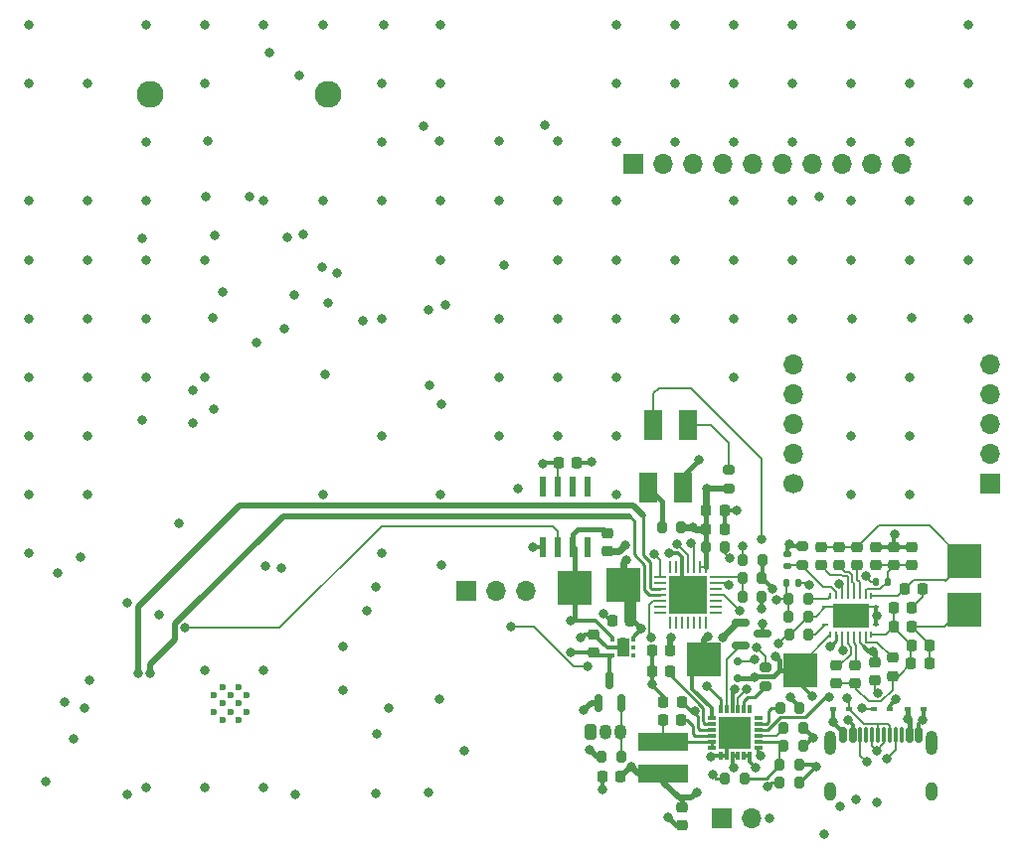
<source format=gbr>
%TF.GenerationSoftware,KiCad,Pcbnew,8.0.5*%
%TF.CreationDate,2024-10-11T13:06:57+01:00*%
%TF.ProjectId,esquema_eletronico,65737175-656d-4615-9f65-6c6574726f6e,rev?*%
%TF.SameCoordinates,Original*%
%TF.FileFunction,Copper,L6,Bot*%
%TF.FilePolarity,Positive*%
%FSLAX46Y46*%
G04 Gerber Fmt 4.6, Leading zero omitted, Abs format (unit mm)*
G04 Created by KiCad (PCBNEW 8.0.5) date 2024-10-11 13:06:57*
%MOMM*%
%LPD*%
G01*
G04 APERTURE LIST*
G04 Aperture macros list*
%AMRoundRect*
0 Rectangle with rounded corners*
0 $1 Rounding radius*
0 $2 $3 $4 $5 $6 $7 $8 $9 X,Y pos of 4 corners*
0 Add a 4 corners polygon primitive as box body*
4,1,4,$2,$3,$4,$5,$6,$7,$8,$9,$2,$3,0*
0 Add four circle primitives for the rounded corners*
1,1,$1+$1,$2,$3*
1,1,$1+$1,$4,$5*
1,1,$1+$1,$6,$7*
1,1,$1+$1,$8,$9*
0 Add four rect primitives between the rounded corners*
20,1,$1+$1,$2,$3,$4,$5,0*
20,1,$1+$1,$4,$5,$6,$7,0*
20,1,$1+$1,$6,$7,$8,$9,0*
20,1,$1+$1,$8,$9,$2,$3,0*%
G04 Aperture macros list end*
%TA.AperFunction,SMDPad,CuDef*%
%ADD10RoundRect,0.225000X0.250000X-0.225000X0.250000X0.225000X-0.250000X0.225000X-0.250000X-0.225000X0*%
%TD*%
%TA.AperFunction,SMDPad,CuDef*%
%ADD11RoundRect,0.225000X-0.250000X0.225000X-0.250000X-0.225000X0.250000X-0.225000X0.250000X0.225000X0*%
%TD*%
%TA.AperFunction,ComponentPad*%
%ADD12R,1.700000X1.700000*%
%TD*%
%TA.AperFunction,ComponentPad*%
%ADD13O,1.700000X1.700000*%
%TD*%
%TA.AperFunction,ComponentPad*%
%ADD14C,1.700000*%
%TD*%
%TA.AperFunction,HeatsinkPad*%
%ADD15C,0.600000*%
%TD*%
%TA.AperFunction,ComponentPad*%
%ADD16RoundRect,0.249900X-0.275100X-0.400100X0.275100X-0.400100X0.275100X0.400100X-0.275100X0.400100X0*%
%TD*%
%TA.AperFunction,ComponentPad*%
%ADD17O,1.050000X1.300000*%
%TD*%
%TA.AperFunction,SMDPad,CuDef*%
%ADD18RoundRect,0.225000X0.225000X0.250000X-0.225000X0.250000X-0.225000X-0.250000X0.225000X-0.250000X0*%
%TD*%
%TA.AperFunction,SMDPad,CuDef*%
%ADD19R,3.000000X3.000000*%
%TD*%
%TA.AperFunction,SMDPad,CuDef*%
%ADD20R,1.500000X2.600000*%
%TD*%
%TA.AperFunction,SMDPad,CuDef*%
%ADD21R,4.200000X1.500000*%
%TD*%
%TA.AperFunction,SMDPad,CuDef*%
%ADD22RoundRect,0.200000X0.200000X0.275000X-0.200000X0.275000X-0.200000X-0.275000X0.200000X-0.275000X0*%
%TD*%
%TA.AperFunction,SMDPad,CuDef*%
%ADD23RoundRect,0.200000X-0.200000X-0.275000X0.200000X-0.275000X0.200000X0.275000X-0.200000X0.275000X0*%
%TD*%
%TA.AperFunction,SMDPad,CuDef*%
%ADD24RoundRect,0.093750X0.093750X0.106250X-0.093750X0.106250X-0.093750X-0.106250X0.093750X-0.106250X0*%
%TD*%
%TA.AperFunction,ComponentPad*%
%ADD25C,0.600000*%
%TD*%
%TA.AperFunction,SMDPad,CuDef*%
%ADD26R,1.000000X1.600000*%
%TD*%
%TA.AperFunction,SMDPad,CuDef*%
%ADD27R,0.300000X0.800000*%
%TD*%
%TA.AperFunction,SMDPad,CuDef*%
%ADD28R,0.800000X0.300000*%
%TD*%
%TA.AperFunction,SMDPad,CuDef*%
%ADD29R,2.800000X2.800000*%
%TD*%
%TA.AperFunction,SMDPad,CuDef*%
%ADD30RoundRect,0.150000X0.150000X-0.587500X0.150000X0.587500X-0.150000X0.587500X-0.150000X-0.587500X0*%
%TD*%
%TA.AperFunction,SMDPad,CuDef*%
%ADD31RoundRect,0.200000X0.275000X-0.200000X0.275000X0.200000X-0.275000X0.200000X-0.275000X-0.200000X0*%
%TD*%
%TA.AperFunction,ComponentPad*%
%ADD32C,2.286000*%
%TD*%
%TA.AperFunction,SMDPad,CuDef*%
%ADD33RoundRect,0.225000X-0.225000X-0.250000X0.225000X-0.250000X0.225000X0.250000X-0.225000X0.250000X0*%
%TD*%
%TA.AperFunction,SMDPad,CuDef*%
%ADD34R,0.590000X1.750000*%
%TD*%
%TA.AperFunction,SMDPad,CuDef*%
%ADD35RoundRect,0.150000X0.150000X0.500000X-0.150000X0.500000X-0.150000X-0.500000X0.150000X-0.500000X0*%
%TD*%
%TA.AperFunction,SMDPad,CuDef*%
%ADD36RoundRect,0.075000X0.075000X0.575000X-0.075000X0.575000X-0.075000X-0.575000X0.075000X-0.575000X0*%
%TD*%
%TA.AperFunction,ComponentPad*%
%ADD37O,1.000000X1.600000*%
%TD*%
%TA.AperFunction,ComponentPad*%
%ADD38O,1.000000X2.100000*%
%TD*%
%TA.AperFunction,SMDPad,CuDef*%
%ADD39RoundRect,0.150000X-0.200000X0.150000X-0.200000X-0.150000X0.200000X-0.150000X0.200000X0.150000X0*%
%TD*%
%TA.AperFunction,SMDPad,CuDef*%
%ADD40RoundRect,0.135000X0.185000X-0.135000X0.185000X0.135000X-0.185000X0.135000X-0.185000X-0.135000X0*%
%TD*%
%TA.AperFunction,SMDPad,CuDef*%
%ADD41R,0.600000X0.240000*%
%TD*%
%TA.AperFunction,SMDPad,CuDef*%
%ADD42R,0.240000X0.600000*%
%TD*%
%TA.AperFunction,SMDPad,CuDef*%
%ADD43R,3.050000X2.050000*%
%TD*%
%TA.AperFunction,SMDPad,CuDef*%
%ADD44R,0.270000X0.990000*%
%TD*%
%TA.AperFunction,SMDPad,CuDef*%
%ADD45R,0.990000X0.270000*%
%TD*%
%TA.AperFunction,SMDPad,CuDef*%
%ADD46R,3.250000X3.250000*%
%TD*%
%TA.AperFunction,SMDPad,CuDef*%
%ADD47RoundRect,0.200000X-0.275000X0.200000X-0.275000X-0.200000X0.275000X-0.200000X0.275000X0.200000X0*%
%TD*%
%TA.AperFunction,SMDPad,CuDef*%
%ADD48RoundRect,0.135000X0.135000X0.185000X-0.135000X0.185000X-0.135000X-0.185000X0.135000X-0.185000X0*%
%TD*%
%TA.AperFunction,SMDPad,CuDef*%
%ADD49R,0.480000X0.400000*%
%TD*%
%TA.AperFunction,SMDPad,CuDef*%
%ADD50RoundRect,0.150000X-0.587500X-0.150000X0.587500X-0.150000X0.587500X0.150000X-0.587500X0.150000X0*%
%TD*%
%TA.AperFunction,ViaPad*%
%ADD51C,0.800000*%
%TD*%
%TA.AperFunction,Conductor*%
%ADD52C,0.204000*%
%TD*%
%TA.AperFunction,Conductor*%
%ADD53C,0.200000*%
%TD*%
%TA.AperFunction,Conductor*%
%ADD54C,0.300000*%
%TD*%
%TA.AperFunction,Conductor*%
%ADD55C,0.400000*%
%TD*%
%TA.AperFunction,Conductor*%
%ADD56C,0.600000*%
%TD*%
%TA.AperFunction,Conductor*%
%ADD57C,0.250000*%
%TD*%
%TA.AperFunction,Conductor*%
%ADD58C,0.350000*%
%TD*%
%TA.AperFunction,Conductor*%
%ADD59C,0.500000*%
%TD*%
%TA.AperFunction,Conductor*%
%ADD60C,1.000000*%
%TD*%
G04 APERTURE END LIST*
D10*
%TO.P,C39,1*%
%TO.N,/wireless_charging/CLAMP2*%
X149000000Y-116075000D03*
%TO.P,C39,2*%
%TO.N,/wireless_charging/COIL-*%
X149000000Y-114525000D03*
%TD*%
D11*
%TO.P,C10,1*%
%TO.N,/wireless_charging/CLAMP1*%
X150350000Y-124600000D03*
%TO.P,C10,2*%
%TO.N,/wireless_charging/AC1*%
X150350000Y-126150000D03*
%TD*%
D12*
%TO.P,U9,1,GND*%
%TO.N,GNDREF*%
X161850000Y-109130000D03*
D13*
%TO.P,U9,2,VIN*%
%TO.N,unconnected-(U9-VIN-Pad2)*%
X161850000Y-106590000D03*
%TO.P,U9,3,3V3*%
%TO.N,/VREF_3V3*%
X161850000Y-104050000D03*
%TO.P,U9,4,ON_OFF*%
%TO.N,unconnected-(U9-ON_OFF-Pad4)*%
X161850000Y-101510000D03*
%TO.P,U9,5,VBACKUP*%
%TO.N,/VREF_3V3*%
X161850000Y-98970000D03*
%TO.P,U9,6,GPS_TXD*%
%TO.N,/GPS_TXD*%
X145070000Y-98960000D03*
%TO.P,U9,7,GPS_RXD*%
%TO.N,/GPS_RXD*%
X145070000Y-101500000D03*
%TO.P,U9,8,NC*%
%TO.N,unconnected-(U9-NC-Pad8)*%
X145070000Y-104040000D03*
%TO.P,U9,9,MODE*%
%TO.N,unconnected-(U9-MODE-Pad9)*%
X145070000Y-106580000D03*
D14*
%TO.P,U9,10,1PPS*%
%TO.N,unconnected-(U9-1PPS-Pad10)*%
X145070000Y-109120000D03*
%TD*%
D12*
%TO.P,J1_TMP1,1,Pin_1*%
%TO.N,/TMP_DATA*%
X117220000Y-118250000D03*
D13*
%TO.P,J1_TMP1,2,Pin_2*%
%TO.N,/VREF_TMP_3V3*%
X119760000Y-118250000D03*
%TO.P,J1_TMP1,3,Pin_3*%
%TO.N,GNDREF*%
X122300000Y-118250000D03*
%TD*%
D12*
%TO.P,U4,1,VCC*%
%TO.N,/VREF_3V3*%
X131457500Y-81855000D03*
D13*
%TO.P,U4,2,GND*%
%TO.N,GNDREF*%
X133997500Y-81855000D03*
%TO.P,U4,3,SCL*%
%TO.N,/IIC_SCL*%
X136537500Y-81855000D03*
%TO.P,U4,4,SDA*%
%TO.N,/IIC_SDA*%
X139077500Y-81855000D03*
%TO.P,U4,5,EDA*%
%TO.N,unconnected-(U4-EDA-Pad5)*%
X141617500Y-81855000D03*
%TO.P,U4,6,ECL*%
%TO.N,unconnected-(U4-ECL-Pad6)*%
X144157500Y-81855000D03*
%TO.P,U4,7,ADO*%
%TO.N,/VREF_3V3*%
X146697500Y-81855000D03*
%TO.P,U4,8,INT*%
%TO.N,unconnected-(U4-INT-Pad8)*%
X149237500Y-81855000D03*
%TO.P,U4,9,NCS*%
%TO.N,unconnected-(U4-NCS-Pad9)*%
X151777500Y-81855000D03*
%TO.P,U4,10,FSYNC*%
%TO.N,unconnected-(U4-FSYNC-Pad10)*%
X154317500Y-81855000D03*
%TD*%
D15*
%TO.P,U7,39,GND*%
%TO.N,GNDREF*%
X98560000Y-128540000D03*
X98560000Y-127140000D03*
X97860000Y-129240000D03*
X97860000Y-127840000D03*
X97860000Y-126440000D03*
X97185000Y-128540000D03*
X97185000Y-127140000D03*
X96460000Y-129240000D03*
X96460000Y-127840000D03*
X96460000Y-126440000D03*
X95760000Y-128540000D03*
X95760000Y-127140000D03*
%TD*%
D16*
%TO.P,U2,1,IN*%
%TO.N,/PRE_VCC*%
X127795000Y-130260000D03*
D17*
%TO.P,U2,2*%
%TO.N,GNDREF*%
X129065000Y-130260000D03*
%TO.P,U2,3,OUT*%
%TO.N,Net-(Q4-G)*%
X130335000Y-130260000D03*
%TD*%
D18*
%TO.P,C31,1*%
%TO.N,/PRE_VCC*%
X130375000Y-134060000D03*
%TO.P,C31,2*%
%TO.N,GNDREF*%
X128825000Y-134060000D03*
%TD*%
D10*
%TO.P,C19,1*%
%TO.N,Net-(U6-COMM2)*%
X147425000Y-116050000D03*
%TO.P,C19,2*%
%TO.N,/wireless_charging/COIL-*%
X147425000Y-114500000D03*
%TD*%
D19*
%TO.P,TP4,1,1*%
%TO.N,/batery_module/VIN*%
X137500000Y-124075000D03*
%TD*%
D20*
%TO.P,D7,1,K*%
%TO.N,/STAT*%
X135700000Y-109450000D03*
%TO.P,D7,2,A*%
%TO.N,Net-(D7-A)*%
X132700000Y-109450000D03*
%TD*%
D21*
%TO.P,L1,1,1*%
%TO.N,Net-(IC2-SW_1)*%
X134000000Y-131125000D03*
%TO.P,L1,2,2*%
%TO.N,/PRE_VCC*%
X134000000Y-133825000D03*
%TD*%
D12*
%TO.P,J1,1,Pin_1*%
%TO.N,GNDREF*%
X139000000Y-137625000D03*
D13*
%TO.P,J1,2,Pin_2*%
%TO.N,/BATT*%
X141540000Y-137625000D03*
%TD*%
D22*
%TO.P,R36,1*%
%TO.N,/USB5V*%
X142400000Y-118710000D03*
%TO.P,R36,2*%
%TO.N,Net-(U8-VBUS)*%
X140750000Y-118710000D03*
%TD*%
D23*
%TO.P,R32,1*%
%TO.N,Net-(IC2-REGN)*%
X139280000Y-134200000D03*
%TO.P,R32,2*%
%TO.N,Net-(IC2-TS)*%
X140930000Y-134200000D03*
%TD*%
D10*
%TO.P,C22,1*%
%TO.N,Net-(U6-BOOT2)*%
X150525000Y-116075000D03*
%TO.P,C22,2*%
%TO.N,/wireless_charging/COIL-*%
X150525000Y-114525000D03*
%TD*%
D24*
%TO.P,U3,1,OUT*%
%TO.N,/VREF_3V3*%
X131457500Y-122400000D03*
%TO.P,U3,2,NC*%
%TO.N,unconnected-(U3-NC-Pad2)*%
X131457500Y-123050000D03*
%TO.P,U3,3,PG*%
%TO.N,unconnected-(U3-PG-Pad3)*%
X131457500Y-123700000D03*
%TO.P,U3,4,EN*%
%TO.N,/VCC_RAW*%
X129682500Y-123700000D03*
%TO.P,U3,5,GND*%
%TO.N,GNDREF*%
X129682500Y-123050000D03*
%TO.P,U3,6,IN*%
%TO.N,/VCC_RAW*%
X129682500Y-122400000D03*
D25*
%TO.P,U3,7,EP*%
%TO.N,GNDREF*%
X130570000Y-123600000D03*
D26*
X130570000Y-123050000D03*
D25*
X130570000Y-122500000D03*
%TD*%
D23*
%TO.P,R31,1*%
%TO.N,Net-(IC2-ICHG)*%
X144275000Y-129925000D03*
%TO.P,R31,2*%
%TO.N,GNDREF*%
X145925000Y-129925000D03*
%TD*%
D11*
%TO.P,C1,1*%
%TO.N,/VCC_RAW*%
X129275000Y-113325000D03*
%TO.P,C1,2*%
%TO.N,GNDREF*%
X129275000Y-114875000D03*
%TD*%
D23*
%TO.P,R30,1*%
%TO.N,Net-(IC2-VSET)*%
X143930000Y-134605000D03*
%TO.P,R30,2*%
%TO.N,GNDREF*%
X145580000Y-134605000D03*
%TD*%
D27*
%TO.P,IC2,1,VAC*%
%TO.N,/USB5V*%
X138880000Y-128325000D03*
%TO.P,IC2,2,ACDRV*%
%TO.N,/batery_module/ACDRV*%
X139380000Y-128325000D03*
%TO.P,IC2,3,D+*%
%TO.N,/USBD+*%
X139880000Y-128325000D03*
%TO.P,IC2,4,D-*%
%TO.N,/USBD-*%
X140380000Y-128325000D03*
%TO.P,IC2,5,STAT*%
%TO.N,Net-(IC2-STAT)*%
X140880000Y-128325000D03*
%TO.P,IC2,6,OTG*%
%TO.N,unconnected-(IC2-OTG-Pad6)*%
X141380000Y-128325000D03*
D28*
%TO.P,IC2,7,~{PG}*%
%TO.N,unconnected-(IC2-~{PG}-Pad7)*%
X142130000Y-129075000D03*
%TO.P,IC2,8,ILIM*%
%TO.N,Net-(IC2-ILIM)*%
X142130000Y-129575000D03*
%TO.P,IC2,9,~{CE}*%
%TO.N,/WRL_EN*%
X142130000Y-130075000D03*
%TO.P,IC2,10,ICHG*%
%TO.N,Net-(IC2-ICHG)*%
X142130000Y-130575000D03*
%TO.P,IC2,11,TS*%
%TO.N,Net-(IC2-TS)*%
X142130000Y-131075000D03*
%TO.P,IC2,12,VSET*%
%TO.N,Net-(IC2-VSET)*%
X142130000Y-131575000D03*
D27*
%TO.P,IC2,13,BAT_1*%
%TO.N,/BATT*%
X141380000Y-132325000D03*
%TO.P,IC2,14,BAT_2*%
X140880000Y-132325000D03*
%TO.P,IC2,15,SYS_1*%
%TO.N,/PRE_VCC*%
X140380000Y-132325000D03*
%TO.P,IC2,16,SYS_2*%
X139880000Y-132325000D03*
%TO.P,IC2,17,GND_1*%
%TO.N,GNDREF*%
X139380000Y-132325000D03*
%TO.P,IC2,18,GND_2*%
X138880000Y-132325000D03*
D28*
%TO.P,IC2,19,SW_1*%
%TO.N,Net-(IC2-SW_1)*%
X138130000Y-131575000D03*
%TO.P,IC2,20,SW_2*%
X138130000Y-131075000D03*
%TO.P,IC2,21,BTST*%
%TO.N,Net-(IC2-BTST)*%
X138130000Y-130575000D03*
%TO.P,IC2,22,REGN*%
%TO.N,Net-(IC2-REGN)*%
X138130000Y-130075000D03*
%TO.P,IC2,23,PMID*%
%TO.N,Net-(IC2-PMID)*%
X138130000Y-129575000D03*
%TO.P,IC2,24,VBUS*%
%TO.N,/batery_module/VIN*%
X138130000Y-129075000D03*
D29*
%TO.P,IC2,25,EP*%
%TO.N,GNDREF*%
X140130000Y-130325000D03*
%TD*%
D18*
%TO.P,C6,1*%
%TO.N,/VREF_3V3*%
X131225000Y-120775000D03*
%TO.P,C6,2*%
%TO.N,GNDREF*%
X129675000Y-120775000D03*
%TD*%
D19*
%TO.P,TP3,1,1*%
%TO.N,/USB5V*%
X145675000Y-125050000D03*
%TD*%
D30*
%TO.P,Q4,1,G*%
%TO.N,Net-(Q4-G)*%
X130405000Y-127765000D03*
%TO.P,Q4,2,S*%
%TO.N,/PRE_VCC*%
X128505000Y-127765000D03*
%TO.P,Q4,3,D*%
%TO.N,/VCC_RAW*%
X129455000Y-125890000D03*
%TD*%
D19*
%TO.P,TP7,1,1*%
%TO.N,/VCC_RAW*%
X126425000Y-117950000D03*
%TD*%
D10*
%TO.P,C25,1*%
%TO.N,/wireless_charging/RECT*%
X152100000Y-116075000D03*
%TO.P,C25,2*%
%TO.N,GNDREF*%
X152100000Y-114525000D03*
%TD*%
D31*
%TO.P,R6,1*%
%TO.N,/wireless_charging/NTC*%
X145850000Y-116050000D03*
%TO.P,R6,2*%
%TO.N,GNDREF*%
X145850000Y-114400000D03*
%TD*%
D22*
%TO.P,R34,1*%
%TO.N,GNDREF*%
X145580000Y-133055000D03*
%TO.P,R34,2*%
%TO.N,Net-(IC2-TS)*%
X143930000Y-133055000D03*
%TD*%
D32*
%TO.P,BT1,1,+*%
%TO.N,/rtc_ds3231/BAT_CELL+*%
X105500000Y-75887500D03*
%TO.P,BT1,2,-*%
%TO.N,GNDREF*%
X90300000Y-75887500D03*
%TD*%
D33*
%TO.P,C15,1*%
%TO.N,/wireless_charging/AC1*%
X155125000Y-122850000D03*
%TO.P,C15,2*%
%TO.N,/wireless_charging/COIL+*%
X156675000Y-122850000D03*
%TD*%
%TO.P,C14,1*%
%TO.N,/wireless_charging/AC1*%
X153625000Y-121300000D03*
%TO.P,C14,2*%
%TO.N,/wireless_charging/COIL+*%
X155175000Y-121300000D03*
%TD*%
D34*
%TO.P,U1,1,DNC\u002A*%
%TO.N,unconnected-(U1-DNC\u002A-Pad1)*%
X127600000Y-114500000D03*
%TO.P,U1,2,VIN*%
%TO.N,/VCC_RAW*%
X126330000Y-114500000D03*
%TO.P,U1,3,SHDN*%
%TO.N,/CTRL_GPIO*%
X125060000Y-114500000D03*
%TO.P,U1,4,GND*%
%TO.N,GNDREF*%
X123790000Y-114500000D03*
%TO.P,U1,5,DNC\u002A*%
%TO.N,unconnected-(U1-DNC\u002A-Pad5)*%
X123790000Y-109330000D03*
%TO.P,U1,6,VOUT*%
%TO.N,/VREF_TMP_3V3*%
X125060000Y-109330000D03*
%TO.P,U1,7,DNC\u002A*%
%TO.N,unconnected-(U1-DNC\u002A-Pad7)*%
X126330000Y-109330000D03*
%TO.P,U1,8,DNC\u002A*%
%TO.N,unconnected-(U1-DNC\u002A-Pad8)*%
X127600000Y-109330000D03*
%TD*%
D19*
%TO.P,TP5,1,1*%
%TO.N,/wireless_charging/COIL-*%
X159675000Y-115700000D03*
%TD*%
D18*
%TO.P,C16,1*%
%TO.N,/wireless_charging/COIL+*%
X156650000Y-124400000D03*
%TO.P,C16,2*%
%TO.N,/wireless_charging/AC1*%
X155100000Y-124400000D03*
%TD*%
%TO.P,C18,1*%
%TO.N,Net-(C18-Pad1)*%
X155175000Y-119700000D03*
%TO.P,C18,2*%
%TO.N,/wireless_charging/AC1*%
X153625000Y-119700000D03*
%TD*%
D35*
%TO.P,J2,A1,GND*%
%TO.N,GNDREF*%
X155750000Y-130530000D03*
%TO.P,J2,A4,VBUS*%
%TO.N,/USB5V*%
X154950000Y-130530000D03*
D36*
%TO.P,J2,A5,CC1*%
%TO.N,Net-(J2-CC1)*%
X153800000Y-130530000D03*
%TO.P,J2,A6,D+*%
%TO.N,/USBD+*%
X152800000Y-130530000D03*
%TO.P,J2,A7,D-*%
%TO.N,/USBD-*%
X152300000Y-130530000D03*
%TO.P,J2,A8*%
%TO.N,N/C*%
X151300000Y-130530000D03*
D35*
%TO.P,J2,A9,VBUS*%
%TO.N,/USB5V*%
X150150000Y-130530000D03*
%TO.P,J2,A12,GND*%
%TO.N,GNDREF*%
X149350000Y-130530000D03*
%TO.P,J2,B1,GND*%
X149350000Y-130530000D03*
%TO.P,J2,B4,VBUS*%
%TO.N,/USB5V*%
X150150000Y-130530000D03*
D36*
%TO.P,J2,B5,CC2*%
%TO.N,Net-(J2-CC2)*%
X150800000Y-130530000D03*
%TO.P,J2,B6,D+*%
%TO.N,/USBD+*%
X151800000Y-130530000D03*
%TO.P,J2,B7,D-*%
%TO.N,/USBD-*%
X153300000Y-130530000D03*
%TO.P,J2,B8*%
%TO.N,N/C*%
X154300000Y-130530000D03*
D35*
%TO.P,J2,B9,VBUS*%
%TO.N,/USB5V*%
X154950000Y-130530000D03*
%TO.P,J2,B12,GND*%
%TO.N,GNDREF*%
X155750000Y-130530000D03*
D37*
%TO.P,J2,S1,SHIELD*%
X156870000Y-135350000D03*
D38*
X156870000Y-131170000D03*
D37*
X148230000Y-135350000D03*
D38*
X148230000Y-131170000D03*
%TD*%
D22*
%TO.P,R22,1*%
%TO.N,Net-(U6-ILIM)*%
X146350000Y-118900000D03*
%TO.P,R22,2*%
%TO.N,Net-(U6-FOD)*%
X144700000Y-118900000D03*
%TD*%
D39*
%TO.P,D5,1,A1*%
%TO.N,/USB5V*%
X140350000Y-125675000D03*
%TO.P,D5,2,A2*%
%TO.N,GNDREF*%
X140350000Y-124275000D03*
%TD*%
D40*
%TO.P,R25,1*%
%TO.N,/wireless_charging/NTC*%
X144575000Y-116135000D03*
%TO.P,R25,2*%
%TO.N,GNDREF*%
X144575000Y-115115000D03*
%TD*%
D23*
%TO.P,R24,1*%
%TO.N,GNDREF*%
X144725000Y-121975000D03*
%TO.P,R24,2*%
%TO.N,/wireless_charging/TERM*%
X146375000Y-121975000D03*
%TD*%
D22*
%TO.P,R8,1*%
%TO.N,Net-(Q4-G)*%
X130435000Y-132370000D03*
%TO.P,R8,2*%
%TO.N,/PRE_VCC*%
X128785000Y-132370000D03*
%TD*%
D41*
%TO.P,U6,1,PGND*%
%TO.N,GNDREF*%
X152125000Y-121100000D03*
D42*
%TO.P,U6,2,AC1*%
%TO.N,/wireless_charging/AC1*%
X151725000Y-122000000D03*
%TO.P,U6,3,BOOT1*%
%TO.N,Net-(U6-BOOT1)*%
X151225000Y-122000000D03*
%TO.P,U6,4,BAT*%
%TO.N,/BATT*%
X150725000Y-122000000D03*
%TO.P,U6,5,CLAMP1*%
%TO.N,/wireless_charging/CLAMP1*%
X150225000Y-122000000D03*
%TO.P,U6,6,COMM1*%
%TO.N,Net-(U6-COMM1)*%
X149725000Y-122000000D03*
%TO.P,U6,7,~{CHG}*%
%TO.N,/wireless_charging/~{CHG_PIN}*%
X149225000Y-122000000D03*
%TO.P,U6,8,~{AD-EN}*%
%TO.N,/WRL_EN*%
X148725000Y-122000000D03*
%TO.P,U6,9,AD*%
%TO.N,/USB5V*%
X148225000Y-122000000D03*
D41*
%TO.P,U6,10,TERM*%
%TO.N,/wireless_charging/TERM*%
X147825000Y-121100000D03*
%TO.P,U6,11,EN2*%
%TO.N,GNDREF*%
X147825000Y-119600000D03*
D42*
%TO.P,U6,12,ILIM*%
%TO.N,Net-(U6-ILIM)*%
X148225000Y-118700000D03*
%TO.P,U6,13,TS/CTRL*%
%TO.N,/wireless_charging/NTC*%
X148725000Y-118700000D03*
%TO.P,U6,14,FOD*%
%TO.N,Net-(U6-FOD)*%
X149225000Y-118700000D03*
%TO.P,U6,15,COMM2*%
%TO.N,Net-(U6-COMM2)*%
X149725000Y-118700000D03*
%TO.P,U6,16,CLAMP2*%
%TO.N,/wireless_charging/CLAMP2*%
X150225000Y-118700000D03*
%TO.P,U6,17,BOOT2*%
%TO.N,Net-(U6-BOOT2)*%
X150725000Y-118700000D03*
%TO.P,U6,18,RECT*%
%TO.N,/wireless_charging/RECT*%
X151225000Y-118700000D03*
%TO.P,U6,19,AC2*%
%TO.N,/wireless_charging/COIL-*%
X151725000Y-118700000D03*
D41*
%TO.P,U6,20,PGND*%
%TO.N,GNDREF*%
X152125000Y-119600000D03*
D43*
%TO.P,U6,21,PGND*%
X149975000Y-120350000D03*
%TD*%
D20*
%TO.P,D6,1,K*%
%TO.N,/wireless_charging/~{CHG_PIN}*%
X133150000Y-104075000D03*
%TO.P,D6,2,A*%
%TO.N,Net-(D6-A)*%
X136150000Y-104075000D03*
%TD*%
D44*
%TO.P,U8,1,DCD*%
%TO.N,unconnected-(U8-DCD-Pad1)*%
X134625000Y-116200000D03*
%TO.P,U8,2,RI/CLK*%
%TO.N,unconnected-(U8-RI{slash}CLK-Pad2)*%
X135125000Y-116200000D03*
%TO.P,U8,3,GND*%
%TO.N,GNDREF*%
X135625000Y-116200000D03*
%TO.P,U8,4,D+*%
%TO.N,/USBD+*%
X136125000Y-116200000D03*
%TO.P,U8,5,D-*%
%TO.N,/USBD-*%
X136625000Y-116200000D03*
%TO.P,U8,6,VDD*%
%TO.N,/VREF_3V3*%
X137125000Y-116200000D03*
%TO.P,U8,7,VREGIN*%
X137625000Y-116200000D03*
D45*
%TO.P,U8,8,VBUS*%
%TO.N,Net-(U8-VBUS)*%
X138485000Y-117060000D03*
%TO.P,U8,9,~{RST}*%
%TO.N,Net-(U8-~{RST})*%
X138485000Y-117560000D03*
%TO.P,U8,10,NC*%
%TO.N,unconnected-(U8-NC-Pad10)*%
X138485000Y-118060000D03*
%TO.P,U8,11,~{SUSPEND}*%
%TO.N,Net-(U8-~{SUSPEND})*%
X138485000Y-118560000D03*
%TO.P,U8,12,SUSPEND*%
%TO.N,unconnected-(U8-SUSPEND-Pad12)*%
X138485000Y-119060000D03*
%TO.P,U8,13,CHREN*%
%TO.N,unconnected-(U8-CHREN-Pad13)*%
X138485000Y-119560000D03*
%TO.P,U8,14,CHR1*%
%TO.N,unconnected-(U8-CHR1-Pad14)*%
X138485000Y-120060000D03*
D44*
%TO.P,U8,15,CHR0*%
%TO.N,unconnected-(U8-CHR0-Pad15)*%
X137625000Y-120920000D03*
%TO.P,U8,16,GPIO.3/WAKEUP*%
%TO.N,unconnected-(U8-GPIO.3{slash}WAKEUP-Pad16)*%
X137125000Y-120920000D03*
%TO.P,U8,17,GPIO.2/RS485*%
%TO.N,unconnected-(U8-GPIO.2{slash}RS485-Pad17)*%
X136625000Y-120920000D03*
%TO.P,U8,18,GPIO.1/RXT*%
%TO.N,unconnected-(U8-GPIO.1{slash}RXT-Pad18)*%
X136125000Y-120920000D03*
%TO.P,U8,19,GPIO.0/TXT*%
%TO.N,unconnected-(U8-GPIO.0{slash}TXT-Pad19)*%
X135625000Y-120920000D03*
%TO.P,U8,20,GPIO.6*%
%TO.N,unconnected-(U8-GPIO.6-Pad20)*%
X135125000Y-120920000D03*
%TO.P,U8,21,GPIO.5*%
%TO.N,unconnected-(U8-GPIO.5-Pad21)*%
X134625000Y-120920000D03*
D45*
%TO.P,U8,22,GPIO.4*%
%TO.N,unconnected-(U8-GPIO.4-Pad22)*%
X133765000Y-120060000D03*
%TO.P,U8,23,CTS*%
%TO.N,unconnected-(U8-CTS-Pad23)*%
X133765000Y-119560000D03*
%TO.P,U8,24,RTS*%
%TO.N,/RTS*%
X133765000Y-119060000D03*
%TO.P,U8,25,RXD*%
%TO.N,/UART_PROG_RX*%
X133765000Y-118560000D03*
%TO.P,U8,26,TXD*%
%TO.N,/UART_PROG_TX*%
X133765000Y-118060000D03*
%TO.P,U8,27,DSR*%
%TO.N,unconnected-(U8-DSR-Pad27)*%
X133765000Y-117560000D03*
%TO.P,U8,28,DTR*%
%TO.N,/DTR*%
X133765000Y-117060000D03*
D46*
%TO.P,U8,29,GND*%
%TO.N,GNDREF*%
X136125000Y-118560000D03*
%TD*%
D18*
%TO.P,C27,1*%
%TO.N,Net-(IC2-PMID)*%
X134580000Y-125100000D03*
%TO.P,C27,2*%
%TO.N,GNDREF*%
X133030000Y-125100000D03*
%TD*%
%TO.P,C26,1*%
%TO.N,/batery_module/VIN*%
X134605000Y-123350000D03*
%TO.P,C26,2*%
%TO.N,GNDREF*%
X133055000Y-123350000D03*
%TD*%
D19*
%TO.P,TP6,1,1*%
%TO.N,/wireless_charging/COIL+*%
X159675000Y-119825000D03*
%TD*%
D11*
%TO.P,C13,1*%
%TO.N,/BATT*%
X152000000Y-124325000D03*
%TO.P,C13,2*%
%TO.N,GNDREF*%
X152000000Y-125875000D03*
%TD*%
D47*
%TO.P,R28,1*%
%TO.N,/STAT*%
X142750000Y-124725000D03*
%TO.P,R28,2*%
%TO.N,Net-(IC2-STAT)*%
X142750000Y-126375000D03*
%TD*%
D23*
%TO.P,R39,1*%
%TO.N,Net-(U8-~{SUSPEND})*%
X140775000Y-115585000D03*
%TO.P,R39,2*%
%TO.N,GNDREF*%
X142425000Y-115585000D03*
%TD*%
D33*
%TO.P,C20,1*%
%TO.N,/wireless_charging/COIL-*%
X154575000Y-118100000D03*
%TO.P,C20,2*%
%TO.N,Net-(C18-Pad1)*%
X156125000Y-118100000D03*
%TD*%
D48*
%TO.P,R27,1*%
%TO.N,Net-(R26-Pad2)*%
X145525000Y-117575000D03*
%TO.P,R27,2*%
%TO.N,Net-(U6-FOD)*%
X144505000Y-117575000D03*
%TD*%
D23*
%TO.P,R9,1*%
%TO.N,Net-(D7-A)*%
X133900000Y-112800000D03*
%TO.P,R9,2*%
%TO.N,/VREF_3V3*%
X135550000Y-112800000D03*
%TD*%
D49*
%TO.P,D4,1*%
%TO.N,/USB5V*%
X154842500Y-128300000D03*
%TO.P,D4,2*%
%TO.N,GNDREF*%
X156162500Y-128300000D03*
%TD*%
D18*
%TO.P,C28,1*%
%TO.N,Net-(IC2-BTST)*%
X135555000Y-129225000D03*
%TO.P,C28,2*%
%TO.N,Net-(IC2-SW_1)*%
X134005000Y-129225000D03*
%TD*%
D22*
%TO.P,R23,1*%
%TO.N,GNDREF*%
X146350000Y-120425000D03*
%TO.P,R23,2*%
%TO.N,Net-(U6-FOD)*%
X144700000Y-120425000D03*
%TD*%
D10*
%TO.P,C23,1*%
%TO.N,/wireless_charging/RECT*%
X155175000Y-116075000D03*
%TO.P,C23,2*%
%TO.N,GNDREF*%
X155175000Y-114525000D03*
%TD*%
D33*
%TO.P,C38,1*%
%TO.N,/VREF_3V3*%
X137675000Y-112960000D03*
%TO.P,C38,2*%
%TO.N,GNDREF*%
X139225000Y-112960000D03*
%TD*%
D10*
%TO.P,C24,1*%
%TO.N,/wireless_charging/RECT*%
X153650000Y-116075000D03*
%TO.P,C24,2*%
%TO.N,GNDREF*%
X153650000Y-114525000D03*
%TD*%
D23*
%TO.P,R38,1*%
%TO.N,/VREF_3V3*%
X137625000Y-114510000D03*
%TO.P,R38,2*%
%TO.N,Net-(U8-~{RST})*%
X139275000Y-114510000D03*
%TD*%
D18*
%TO.P,C29,1*%
%TO.N,Net-(IC2-REGN)*%
X135580000Y-127675000D03*
%TO.P,C29,2*%
%TO.N,GNDREF*%
X134030000Y-127675000D03*
%TD*%
D10*
%TO.P,C5,1*%
%TO.N,/VCC_RAW*%
X128100000Y-123475000D03*
%TO.P,C5,2*%
%TO.N,GNDREF*%
X128100000Y-121925000D03*
%TD*%
D48*
%TO.P,R26,1*%
%TO.N,/wireless_charging/RECT*%
X153110000Y-117450000D03*
%TO.P,R26,2*%
%TO.N,Net-(R26-Pad2)*%
X152090000Y-117450000D03*
%TD*%
D11*
%TO.P,C30,1*%
%TO.N,/PRE_VCC*%
X135575000Y-136650000D03*
%TO.P,C30,2*%
%TO.N,GNDREF*%
X135575000Y-138200000D03*
%TD*%
D23*
%TO.P,R29,1*%
%TO.N,Net-(IC2-ILIM)*%
X143980000Y-128205000D03*
%TO.P,R29,2*%
%TO.N,GNDREF*%
X145630000Y-128205000D03*
%TD*%
D50*
%TO.P,Q3,1,G*%
%TO.N,/batery_module/ACDRV*%
X140580000Y-122850000D03*
%TO.P,Q3,2,S*%
%TO.N,/batery_module/VIN*%
X140580000Y-120950000D03*
%TO.P,Q3,3,D*%
%TO.N,/USB5V*%
X142455000Y-121900000D03*
%TD*%
D49*
%TO.P,D3,1*%
%TO.N,/USBD-*%
X149825000Y-128300000D03*
%TO.P,D3,2*%
%TO.N,GNDREF*%
X148505000Y-128300000D03*
%TD*%
D11*
%TO.P,C17,1*%
%TO.N,Net-(U6-COMM1)*%
X148750000Y-124600000D03*
%TO.P,C17,2*%
%TO.N,/wireless_charging/AC1*%
X148750000Y-126150000D03*
%TD*%
D23*
%TO.P,R37,1*%
%TO.N,Net-(U8-VBUS)*%
X140750000Y-117160000D03*
%TO.P,R37,2*%
%TO.N,GNDREF*%
X142400000Y-117160000D03*
%TD*%
D22*
%TO.P,R33,1*%
%TO.N,GNDREF*%
X145900000Y-131475000D03*
%TO.P,R33,2*%
%TO.N,Net-(IC2-TS)*%
X144250000Y-131475000D03*
%TD*%
D49*
%TO.P,D2,1*%
%TO.N,/USBD+*%
X151942500Y-128300000D03*
%TO.P,D2,2*%
%TO.N,GNDREF*%
X153262500Y-128300000D03*
%TD*%
D19*
%TO.P,TP8,1,1*%
%TO.N,/VREF_3V3*%
X130575000Y-117725000D03*
%TD*%
D47*
%TO.P,R7,1*%
%TO.N,Net-(D6-A)*%
X139550000Y-107875000D03*
%TO.P,R7,2*%
%TO.N,/VREF_3V3*%
X139550000Y-109525000D03*
%TD*%
D33*
%TO.P,C2,1*%
%TO.N,/VREF_TMP_3V3*%
X125100000Y-107325000D03*
%TO.P,C2,2*%
%TO.N,GNDREF*%
X126650000Y-107325000D03*
%TD*%
%TO.P,C37,1*%
%TO.N,/VREF_3V3*%
X137675000Y-111410000D03*
%TO.P,C37,2*%
%TO.N,GNDREF*%
X139225000Y-111410000D03*
%TD*%
D11*
%TO.P,C21,1*%
%TO.N,Net-(U6-BOOT1)*%
X153525000Y-123925000D03*
%TO.P,C21,2*%
%TO.N,/wireless_charging/AC1*%
X153525000Y-125475000D03*
%TD*%
D51*
%TO.N,GNDREF*%
X135000000Y-90000000D03*
X85000000Y-100000000D03*
X114950000Y-79900000D03*
X135000000Y-75000000D03*
X125000000Y-95000000D03*
X155000000Y-85000000D03*
X95000000Y-100000000D03*
X150000000Y-100000000D03*
X127900000Y-107225000D03*
X83800000Y-130850000D03*
X130000000Y-100000000D03*
X100000000Y-125000000D03*
X150000000Y-80000000D03*
X160000000Y-70000000D03*
X160000000Y-85000000D03*
X155145225Y-94984133D03*
X144825000Y-127325000D03*
X95000000Y-75000000D03*
X115000000Y-110000000D03*
X150000000Y-110000000D03*
X155000000Y-100000000D03*
X95000000Y-90000000D03*
X134400000Y-137525000D03*
X80000000Y-110000000D03*
X120000000Y-105000000D03*
X145000000Y-95000000D03*
X152250000Y-126950000D03*
X80000000Y-105000000D03*
X80000000Y-90000000D03*
X155000000Y-110000000D03*
X130000000Y-90000000D03*
X160000000Y-75000000D03*
X125000000Y-90000000D03*
X80000000Y-95000000D03*
X135000000Y-95000000D03*
X110000000Y-75000000D03*
X115000000Y-75000000D03*
X152200000Y-136250000D03*
X95000000Y-125000000D03*
X140000000Y-85000000D03*
X140000000Y-90000000D03*
X80000000Y-100000000D03*
X135000000Y-70000000D03*
X147000000Y-133250000D03*
X90000000Y-100000000D03*
X85000000Y-90000000D03*
X105000000Y-85000000D03*
X145000000Y-80000000D03*
X134498000Y-115003415D03*
X95800000Y-87900000D03*
X145000000Y-90000000D03*
X144750000Y-114225000D03*
X120000000Y-79850000D03*
X150042224Y-95058090D03*
X160000000Y-95000000D03*
X95250000Y-79900000D03*
X80000000Y-85000000D03*
X152175000Y-120350000D03*
X143850000Y-122725000D03*
X140300000Y-111375000D03*
X133075000Y-126200000D03*
X150000000Y-75000000D03*
X85000000Y-105000000D03*
X101500000Y-116250000D03*
X120000000Y-95000000D03*
X125000000Y-105000000D03*
X114000000Y-135450000D03*
X140000000Y-75000000D03*
X90000000Y-70000000D03*
X155000000Y-80000000D03*
X90000000Y-90000000D03*
X130775000Y-114325000D03*
X108450000Y-95200000D03*
X130000000Y-70000000D03*
X80000000Y-70000000D03*
X85000000Y-75000000D03*
X145000000Y-75000000D03*
X150000000Y-85000000D03*
X80000000Y-115000000D03*
X110000000Y-80000000D03*
X89600000Y-103650000D03*
X126975000Y-122225000D03*
X88350000Y-135600000D03*
X156100000Y-129250000D03*
X100000000Y-70000000D03*
X85000000Y-110000000D03*
X96500000Y-92750000D03*
X141826106Y-124050000D03*
X110213936Y-69999999D03*
X105000000Y-110000000D03*
X115000000Y-90000000D03*
X85000000Y-85000000D03*
X155000000Y-105000000D03*
X122875000Y-114500000D03*
X105450000Y-93700000D03*
X140000000Y-70000000D03*
X115000000Y-85000000D03*
X101750000Y-95850000D03*
X150000000Y-105000000D03*
X113550000Y-78625000D03*
X120000000Y-100000000D03*
X148500000Y-129450000D03*
X150000000Y-90000000D03*
X90000000Y-85000000D03*
X100000000Y-85000000D03*
X90000000Y-95000000D03*
X95000000Y-70000000D03*
X130000000Y-85000000D03*
X110000000Y-115000000D03*
X106200000Y-91150000D03*
X115000000Y-70000000D03*
X140000000Y-80000000D03*
X130000000Y-75000000D03*
X150000000Y-70000000D03*
X95000000Y-135000000D03*
X125050000Y-79900000D03*
X145000000Y-70000000D03*
X110000000Y-85000000D03*
X100000000Y-135000000D03*
X138075000Y-132375000D03*
X140000000Y-100000000D03*
X130000000Y-110000000D03*
X143340605Y-118059396D03*
X153800000Y-127500000D03*
X130000000Y-105000000D03*
X110000000Y-95000000D03*
X125000000Y-100000000D03*
X89650000Y-88200000D03*
X135000000Y-80000000D03*
X153750000Y-113425000D03*
X80000000Y-75000000D03*
X109500000Y-135500000D03*
X109650000Y-130450000D03*
X128825000Y-135175000D03*
X110000000Y-105000000D03*
X103350000Y-87800000D03*
X90000000Y-80000000D03*
X125000000Y-85000000D03*
X120450000Y-90500000D03*
X160000000Y-90000000D03*
X95750000Y-102750000D03*
X102700000Y-135550000D03*
X149050000Y-136600000D03*
X155000000Y-75000000D03*
X128925000Y-120175000D03*
X123925000Y-78500000D03*
X130000000Y-80000000D03*
X155000000Y-90000000D03*
X114950000Y-127450000D03*
X103000000Y-74300000D03*
X85000000Y-95000000D03*
X140000000Y-95000000D03*
X120000000Y-85000000D03*
X105000000Y-70000000D03*
X145000000Y-85000000D03*
X146775000Y-130725000D03*
X130000000Y-95000000D03*
X90000000Y-135000000D03*
%TO.N,/rtc_ds3231/BAT_CELL+*%
X100500000Y-72350000D03*
%TO.N,/VCC_RAW*%
X126150000Y-120750000D03*
X126150000Y-123450000D03*
%TO.N,/VREF_TMP_3V3*%
X121625000Y-109475000D03*
X123725000Y-107375000D03*
%TO.N,/TMP_DATA*%
X91100000Y-120300000D03*
%TO.N,/ESP32_WROOM_32D/IO14*%
X150457298Y-136033194D03*
X109500000Y-117900000D03*
%TO.N,/VREF_3V3*%
X98800000Y-84650000D03*
X81375000Y-134450000D03*
X117050000Y-131850000D03*
X130825000Y-115575000D03*
X147250000Y-84600000D03*
X95625000Y-94925000D03*
X136575000Y-112775000D03*
X95050000Y-84650000D03*
X101975000Y-88075000D03*
X137700000Y-109500000D03*
X132148000Y-121492891D03*
%TO.N,/BATT*%
X147750000Y-138950000D03*
X141850000Y-133300000D03*
X143050000Y-137650000D03*
X151900000Y-123400000D03*
%TO.N,/IIC_SCL*%
X84350000Y-115350000D03*
X114037500Y-94287500D03*
%TO.N,/batery_module/VIN*%
X139078611Y-122221389D03*
X134643030Y-122205347D03*
X137800000Y-122100000D03*
%TO.N,/IIC_SDA*%
X115433889Y-93883889D03*
X82435000Y-116700000D03*
X84700000Y-128225000D03*
X83003000Y-127675000D03*
%TO.N,/SPI_MISO*%
X104980001Y-90641751D03*
X85118000Y-125832000D03*
%TO.N,/SPI_SCK*%
X105250000Y-99750000D03*
X92750000Y-112500000D03*
%TO.N,Net-(IC2-REGN)*%
X138225000Y-133925000D03*
X136675000Y-128500000D03*
%TO.N,/PRE_VCC*%
X140013820Y-133324528D03*
X127750000Y-131750000D03*
X131250000Y-133200000D03*
X136850000Y-135400000D03*
X127225000Y-128425000D03*
%TO.N,/EN*%
X108750000Y-119925000D03*
X106750000Y-126700000D03*
%TO.N,/IO0*%
X106750000Y-122950000D03*
X88375000Y-119225000D03*
%TO.N,/SPI_CS*%
X93950000Y-103950000D03*
X93950000Y-101100000D03*
%TO.N,/USBD+*%
X152200000Y-131825000D03*
X150950000Y-128200000D03*
X140077609Y-126655652D03*
X135200000Y-114225000D03*
%TO.N,/USBD-*%
X141124106Y-126599106D03*
X136325000Y-114150000D03*
X149700000Y-127350000D03*
%TO.N,/USB5V*%
X141826106Y-125625000D03*
X143550000Y-123850000D03*
X146700000Y-127200000D03*
X154850000Y-129150000D03*
X142450000Y-121000000D03*
X137737500Y-126337500D03*
X149750000Y-129250000D03*
X142400000Y-119800000D03*
%TO.N,/wireless_charging/~{CHG_PIN}*%
X149300000Y-123329948D03*
X142375000Y-113800000D03*
%TO.N,Net-(IC2-VSET)*%
X142897113Y-134916280D03*
X142275000Y-132325000D03*
%TO.N,/WRL_EN*%
X148125000Y-127300000D03*
X148253097Y-122971888D03*
%TO.N,Net-(J2-CC1)*%
X153075000Y-132525000D03*
%TO.N,Net-(J2-CC2)*%
X151325000Y-132800000D03*
%TO.N,/sd_card/CS_LLS*%
X99350000Y-97050000D03*
X102550000Y-93037000D03*
%TO.N,/GPS_RXD*%
X115150000Y-102325000D03*
%TO.N,/GPS_TXD*%
X114125000Y-100675000D03*
%TO.N,/RTS*%
X110600000Y-128200000D03*
X127600000Y-124650000D03*
X133000000Y-122200000D03*
X121000000Y-121250000D03*
%TO.N,/DTR*%
X115100000Y-116050000D03*
X133250000Y-115100000D03*
%TO.N,Net-(U6-FOD)*%
X143606457Y-119023413D03*
X148980602Y-117611340D03*
%TO.N,Net-(R26-Pad2)*%
X151250000Y-117000000D03*
X146428611Y-117721389D03*
%TO.N,Net-(U8-~{RST})*%
X139675000Y-115450000D03*
X139575000Y-117762000D03*
%TO.N,Net-(U8-~{SUSPEND})*%
X140775000Y-114425000D03*
X140550000Y-119950000D03*
%TO.N,/CTRL_GPIO*%
X93300000Y-121400000D03*
%TO.N,/STAT*%
X100100000Y-116150000D03*
X137025000Y-107100000D03*
X141917487Y-123018824D03*
%TO.N,/UART_PROG_TX*%
X89250000Y-125250000D03*
%TO.N,/UART_PROG_RX*%
X90300000Y-125250000D03*
%TD*%
D52*
%TO.N,/wireless_charging/COIL-*%
X150525000Y-114525000D02*
X149000000Y-114525000D01*
D53*
X148975000Y-114500000D02*
X149000000Y-114525000D01*
X147425000Y-114500000D02*
X148975000Y-114500000D01*
D52*
%TO.N,/wireless_charging/CLAMP2*%
X149000000Y-116100000D02*
X149000000Y-116075000D01*
X149500000Y-116600000D02*
X149000000Y-116100000D01*
%TO.N,/wireless_charging/CLAMP1*%
X150425000Y-122866684D02*
X150425000Y-124525000D01*
X150425000Y-124525000D02*
X150350000Y-124600000D01*
%TO.N,/wireless_charging/AC1*%
X150425000Y-126225000D02*
X150350000Y-126150000D01*
X150425000Y-126575000D02*
X150425000Y-126225000D01*
D54*
%TO.N,GNDREF*%
X145645000Y-134605000D02*
X145580000Y-134605000D01*
X142425000Y-115585000D02*
X142425000Y-117135000D01*
X135625000Y-116200000D02*
X135625000Y-115370000D01*
X123790000Y-114500000D02*
X122875000Y-114500000D01*
X149350000Y-130300000D02*
X149350000Y-130530000D01*
D55*
X135575000Y-138200000D02*
X135075000Y-138200000D01*
D54*
X128825000Y-134060000D02*
X128825000Y-135175000D01*
X135258415Y-115003415D02*
X134498000Y-115003415D01*
X148500000Y-129450000D02*
X148505000Y-129445000D01*
X145900000Y-131475000D02*
X146025000Y-131475000D01*
X133055000Y-123350000D02*
X133055000Y-125075000D01*
X142441209Y-117160000D02*
X143340605Y-118059396D01*
X146805000Y-133055000D02*
X145580000Y-133055000D01*
X140265000Y-111410000D02*
X140300000Y-111375000D01*
X146025000Y-131475000D02*
X146775000Y-130725000D01*
D52*
X152000000Y-125875000D02*
X152000000Y-126700000D01*
D54*
X140130000Y-130325000D02*
X139380000Y-131075000D01*
X135625000Y-115370000D02*
X135258415Y-115003415D01*
X133055000Y-125075000D02*
X133030000Y-125100000D01*
X145925000Y-129925000D02*
X145975000Y-129925000D01*
D52*
X150725000Y-119600000D02*
X149975000Y-120350000D01*
D54*
X135625000Y-116200000D02*
X135625000Y-118060000D01*
X156162500Y-128300000D02*
X156162500Y-129187500D01*
D52*
X144725000Y-121975000D02*
X144600000Y-121975000D01*
D54*
X152125000Y-119600000D02*
X152125000Y-120300000D01*
X140275000Y-130325000D02*
X140525000Y-130075000D01*
D52*
X141601106Y-124275000D02*
X141826106Y-124050000D01*
D54*
X153650000Y-114525000D02*
X153650000Y-113525000D01*
X152125000Y-120400000D02*
X152175000Y-120350000D01*
D52*
X147825000Y-119600000D02*
X149225000Y-119600000D01*
D54*
X148505000Y-129445000D02*
X148505000Y-128300000D01*
X129225000Y-123050000D02*
X128100000Y-121925000D01*
X129675000Y-120775000D02*
X129525000Y-120775000D01*
X155750000Y-129600000D02*
X156100000Y-129250000D01*
D52*
X144800000Y-121975000D02*
X146350000Y-120425000D01*
D54*
X134030000Y-127205000D02*
X133350000Y-126525000D01*
D52*
X147000000Y-120425000D02*
X147825000Y-119600000D01*
D56*
X129275000Y-114875000D02*
X130225000Y-114875000D01*
D54*
X148500000Y-129450000D02*
X149350000Y-130300000D01*
X128100000Y-121925000D02*
X127275000Y-121925000D01*
X153650000Y-114525000D02*
X155175000Y-114525000D01*
X147000000Y-133250000D02*
X146805000Y-133055000D01*
X138880000Y-132325000D02*
X138125000Y-132325000D01*
X155750000Y-130530000D02*
X155750000Y-129600000D01*
X145630000Y-128130000D02*
X144825000Y-127325000D01*
X139380000Y-132325000D02*
X138880000Y-132325000D01*
X144575000Y-114400000D02*
X144575000Y-115115000D01*
X138185000Y-132265000D02*
X138075000Y-132375000D01*
X153650000Y-114525000D02*
X152100000Y-114525000D01*
X142400000Y-117160000D02*
X142441209Y-117160000D01*
X145975000Y-129925000D02*
X146775000Y-130725000D01*
X140130000Y-130325000D02*
X140275000Y-130325000D01*
X133030000Y-125100000D02*
X133030000Y-126155000D01*
X152125000Y-120300000D02*
X152175000Y-120350000D01*
X153262500Y-128037500D02*
X153800000Y-127500000D01*
X139225000Y-112960000D02*
X139225000Y-111410000D01*
X153262500Y-128300000D02*
X153262500Y-128037500D01*
D52*
X152125000Y-119600000D02*
X150725000Y-119600000D01*
D54*
X127275000Y-121925000D02*
X126975000Y-122225000D01*
X129682500Y-123050000D02*
X130570000Y-123050000D01*
X134030000Y-127675000D02*
X134030000Y-127205000D01*
D52*
X149225000Y-119600000D02*
X149975000Y-120350000D01*
D54*
X138125000Y-132325000D02*
X138075000Y-132375000D01*
X144750000Y-114225000D02*
X144925000Y-114400000D01*
D52*
X144725000Y-121975000D02*
X144800000Y-121975000D01*
D54*
X135625000Y-118060000D02*
X136125000Y-118560000D01*
X156162500Y-129187500D02*
X156100000Y-129250000D01*
X144925000Y-114400000D02*
X145850000Y-114400000D01*
D52*
X140350000Y-124275000D02*
X141601106Y-124275000D01*
D54*
X139380000Y-131075000D02*
X139380000Y-132325000D01*
D52*
X146350000Y-120425000D02*
X147000000Y-120425000D01*
D54*
X126650000Y-107325000D02*
X127800000Y-107325000D01*
X144750000Y-114225000D02*
X144575000Y-114400000D01*
X145630000Y-128205000D02*
X145630000Y-128130000D01*
X139225000Y-111410000D02*
X140265000Y-111410000D01*
D55*
X135075000Y-138200000D02*
X134400000Y-137525000D01*
D54*
X127800000Y-107325000D02*
X127900000Y-107225000D01*
D52*
X152000000Y-126700000D02*
X152250000Y-126950000D01*
D54*
X152125000Y-121100000D02*
X152125000Y-120400000D01*
X147000000Y-133250000D02*
X145645000Y-134605000D01*
D52*
X144600000Y-121975000D02*
X143850000Y-122725000D01*
D54*
X133030000Y-126155000D02*
X133075000Y-126200000D01*
X129525000Y-120775000D02*
X128925000Y-120175000D01*
X142425000Y-117135000D02*
X142400000Y-117160000D01*
X129682500Y-123050000D02*
X129225000Y-123050000D01*
D56*
X130225000Y-114875000D02*
X130775000Y-114325000D01*
D54*
X153650000Y-113525000D02*
X153750000Y-113425000D01*
D55*
%TO.N,/VCC_RAW*%
X128950000Y-113000000D02*
X126700000Y-113000000D01*
D57*
X126425000Y-117950000D02*
X126425000Y-118350000D01*
D55*
X126425000Y-117950000D02*
X126425000Y-120475000D01*
X126425000Y-120475000D02*
X126150000Y-120750000D01*
X126425000Y-114595000D02*
X126330000Y-114500000D01*
D54*
X128325000Y-123700000D02*
X128100000Y-123475000D01*
D55*
X126700000Y-113000000D02*
X126330000Y-113370000D01*
D54*
X126175000Y-123475000D02*
X126150000Y-123450000D01*
D55*
X126330000Y-113370000D02*
X126330000Y-114500000D01*
X126425000Y-117950000D02*
X126425000Y-114595000D01*
D54*
X129682500Y-123700000D02*
X128325000Y-123700000D01*
D57*
X126425000Y-118350000D02*
X126150000Y-118625000D01*
D54*
X129455000Y-125890000D02*
X129455000Y-123927500D01*
X128100000Y-123475000D02*
X126175000Y-123475000D01*
X126150000Y-120750000D02*
X128219408Y-120750000D01*
X129682500Y-122213092D02*
X129682500Y-122400000D01*
X128219408Y-120750000D02*
X129682500Y-122213092D01*
D55*
X126425000Y-117950000D02*
X126330000Y-117855000D01*
X129275000Y-113325000D02*
X128950000Y-113000000D01*
D54*
X129455000Y-123927500D02*
X129682500Y-123700000D01*
D58*
%TO.N,/VREF_TMP_3V3*%
X123775000Y-107325000D02*
X123725000Y-107375000D01*
D52*
X125060000Y-109330000D02*
X125060000Y-107365000D01*
D58*
X125100000Y-107325000D02*
X123775000Y-107325000D01*
D52*
X125060000Y-107365000D02*
X125100000Y-107325000D01*
D55*
%TO.N,/VREF_3V3*%
X137625000Y-116200000D02*
X137625000Y-114510000D01*
D59*
X139550000Y-109525000D02*
X137725000Y-109525000D01*
D55*
X137675000Y-114460000D02*
X137625000Y-114510000D01*
D60*
X131225000Y-120775000D02*
X131225000Y-118375000D01*
D54*
X130575000Y-117725000D02*
X130575000Y-118775000D01*
D56*
X136760000Y-112960000D02*
X136575000Y-112775000D01*
D54*
X131457500Y-122400000D02*
X131457500Y-122183391D01*
D60*
X131225000Y-118375000D02*
X130575000Y-117725000D01*
D55*
X137675000Y-112960000D02*
X137675000Y-114460000D01*
X131225000Y-120775000D02*
X131430109Y-120775000D01*
D56*
X137675000Y-112960000D02*
X136760000Y-112960000D01*
D54*
X131457500Y-122183391D02*
X132148000Y-121492891D01*
D56*
X135550000Y-112800000D02*
X136550000Y-112800000D01*
X130575000Y-117725000D02*
X130575000Y-115825000D01*
D54*
X130575000Y-117725000D02*
X130575000Y-118477000D01*
D56*
X130575000Y-115825000D02*
X130825000Y-115575000D01*
D55*
X137675000Y-112960000D02*
X137675000Y-111410000D01*
D56*
X137675000Y-111410000D02*
X137675000Y-109525000D01*
D55*
X131430109Y-120775000D02*
X132148000Y-121492891D01*
D56*
X136550000Y-112800000D02*
X136575000Y-112775000D01*
D54*
X137725000Y-109525000D02*
X137700000Y-109500000D01*
D56*
X137675000Y-109525000D02*
X137700000Y-109500000D01*
D52*
X137125000Y-116200000D02*
X137625000Y-116200000D01*
%TO.N,/BATT*%
X150725000Y-122000000D02*
X150725000Y-122595342D01*
X142002000Y-137163000D02*
X141540000Y-137625000D01*
D54*
X151900000Y-123375390D02*
X151900000Y-123400000D01*
D52*
X150725000Y-122595342D02*
X151135658Y-123006000D01*
D55*
X152000000Y-124325000D02*
X152000000Y-123500000D01*
D54*
X151900000Y-123400000D02*
X151461775Y-123400000D01*
X140880000Y-132325000D02*
X141380000Y-132325000D01*
X141380000Y-132325000D02*
X141380000Y-132830000D01*
D55*
X152000000Y-123500000D02*
X151900000Y-123400000D01*
D54*
X151461775Y-123400000D02*
X151055887Y-122994112D01*
X151897999Y-123373389D02*
X151900000Y-123375390D01*
X151900000Y-123400000D02*
X151924610Y-123400000D01*
X141380000Y-132830000D02*
X141850000Y-133300000D01*
D52*
%TO.N,/wireless_charging/COIL+*%
X156675000Y-122850000D02*
X156675000Y-122800000D01*
X156675000Y-122800000D02*
X155175000Y-121300000D01*
X156675000Y-122850000D02*
X156675000Y-124375000D01*
X157950000Y-121300000D02*
X159425000Y-119825000D01*
X156675000Y-124375000D02*
X156650000Y-124400000D01*
X155175000Y-121300000D02*
X157950000Y-121300000D01*
X159425000Y-119825000D02*
X159675000Y-119825000D01*
%TO.N,/wireless_charging/AC1*%
X151725000Y-122000000D02*
X152925000Y-122000000D01*
X150425000Y-126150000D02*
X148750000Y-126150000D01*
X155100000Y-122875000D02*
X155125000Y-122850000D01*
X154025000Y-125475000D02*
X155100000Y-124400000D01*
X151502000Y-127652000D02*
X152548000Y-127652000D01*
X153625000Y-121350000D02*
X155125000Y-122850000D01*
X153625000Y-121300000D02*
X153625000Y-121350000D01*
X150425000Y-126575000D02*
X151502000Y-127652000D01*
X155100000Y-124400000D02*
X155100000Y-122875000D01*
X152925000Y-122000000D02*
X153625000Y-121300000D01*
X153625000Y-121300000D02*
X153625000Y-119700000D01*
X153525000Y-126675000D02*
X153525000Y-125475000D01*
X153525000Y-125475000D02*
X154025000Y-125475000D01*
X152548000Y-127652000D02*
X153525000Y-126675000D01*
%TO.N,Net-(U6-COMM1)*%
X149725000Y-122650000D02*
X149725000Y-122000000D01*
X148750000Y-124600000D02*
X149022726Y-124600000D01*
X150002000Y-123039170D02*
X149725000Y-122762170D01*
X150002000Y-123620726D02*
X150002000Y-123039170D01*
X149022726Y-124600000D02*
X150002000Y-123620726D01*
X149725000Y-122762170D02*
X149725000Y-122650000D01*
%TO.N,Net-(C18-Pad1)*%
X156125000Y-118100000D02*
X156125000Y-118750000D01*
X156125000Y-118750000D02*
X155175000Y-119700000D01*
%TO.N,Net-(U6-COMM2)*%
X149656132Y-117004000D02*
X149332658Y-117004000D01*
X149725000Y-117610462D02*
X149717000Y-117602462D01*
X149178658Y-116850000D02*
X148225000Y-116850000D01*
X149717000Y-117602462D02*
X149717000Y-117064868D01*
X149725000Y-118700000D02*
X149725000Y-117610462D01*
X148225000Y-116850000D02*
X147425000Y-116050000D01*
X149332658Y-117004000D02*
X149178658Y-116850000D01*
X149717000Y-117064868D02*
X149656132Y-117004000D01*
%TO.N,Net-(U6-BOOT1)*%
X151225000Y-122524000D02*
X151225000Y-122000000D01*
X151303000Y-122602000D02*
X151225000Y-122524000D01*
X152202000Y-122602000D02*
X151303000Y-122602000D01*
X153525000Y-123925000D02*
X152202000Y-122602000D01*
%TO.N,Net-(U6-BOOT2)*%
X150525000Y-117267778D02*
X150525000Y-116075000D01*
X150725000Y-118700000D02*
X150725000Y-117467778D01*
X150725000Y-117467778D02*
X150525000Y-117267778D01*
%TO.N,/wireless_charging/RECT*%
X152488000Y-118072000D02*
X153110000Y-117450000D01*
X151225000Y-118176000D02*
X151329000Y-118072000D01*
X153650000Y-116075000D02*
X155175000Y-116075000D01*
X152100000Y-116075000D02*
X153650000Y-116075000D01*
X151225000Y-118700000D02*
X151225000Y-118176000D01*
X151329000Y-118072000D02*
X152488000Y-118072000D01*
X153110000Y-117450000D02*
X153110000Y-116615000D01*
X153110000Y-116615000D02*
X153650000Y-116075000D01*
D54*
%TO.N,/batery_module/VIN*%
X138130000Y-128300000D02*
X138130000Y-128257943D01*
X136475000Y-125100000D02*
X137500000Y-124075000D01*
D59*
X137500000Y-122400000D02*
X137800000Y-122100000D01*
D57*
X136850000Y-124650000D02*
X136325000Y-125175000D01*
D54*
X138130000Y-129075000D02*
X138130000Y-128300000D01*
D59*
X140350000Y-120950000D02*
X139078611Y-122221389D01*
X134605000Y-123350000D02*
X134605000Y-122243377D01*
D57*
X137500000Y-124650000D02*
X137525000Y-124675000D01*
D55*
X134605000Y-122243377D02*
X134643030Y-122205347D01*
D54*
X136475000Y-126602943D02*
X136475000Y-125100000D01*
D57*
X137480851Y-124669149D02*
X137500000Y-124650000D01*
D54*
X138130000Y-128257943D02*
X136475000Y-126602943D01*
D59*
X137500000Y-124075000D02*
X137500000Y-122400000D01*
X140580000Y-120950000D02*
X140350000Y-120950000D01*
D57*
%TO.N,Net-(IC2-PMID)*%
X134580000Y-125379695D02*
X134580000Y-125100000D01*
X137425000Y-129372208D02*
X137400000Y-129347208D01*
X137450000Y-129575000D02*
X137425000Y-129550000D01*
X137425000Y-129550000D02*
X137425000Y-129372208D01*
X138130000Y-129575000D02*
X137450000Y-129575000D01*
X137400000Y-128199695D02*
X134580000Y-125379695D01*
X137400000Y-129347208D02*
X137400000Y-128199695D01*
D52*
%TO.N,Net-(IC2-SW_1)*%
X134000000Y-129230000D02*
X134005000Y-129225000D01*
D57*
X138190000Y-131075000D02*
X138025000Y-131075000D01*
X134050000Y-131075000D02*
X134000000Y-131125000D01*
D52*
X134000000Y-131125000D02*
X134000000Y-129230000D01*
D57*
X138130000Y-131575000D02*
X138130000Y-131075000D01*
X138130000Y-131075000D02*
X134050000Y-131075000D01*
%TO.N,Net-(IC2-BTST)*%
X138130000Y-130575000D02*
X136675000Y-130575000D01*
X135555000Y-129225000D02*
X136005000Y-129225000D01*
X136005000Y-129225000D02*
X136525000Y-129745000D01*
X136525000Y-129745000D02*
X136525000Y-130425000D01*
X136525000Y-130425000D02*
X136675000Y-130575000D01*
%TO.N,Net-(IC2-REGN)*%
X136975000Y-129900000D02*
X136975000Y-129558604D01*
X136675000Y-128675000D02*
X136675000Y-128500000D01*
X138130000Y-130075000D02*
X137150000Y-130075000D01*
X139280000Y-134200000D02*
X138500000Y-134200000D01*
X136675000Y-128500000D02*
X136405000Y-128500000D01*
X136405000Y-128500000D02*
X135580000Y-127675000D01*
X138500000Y-134200000D02*
X138225000Y-133925000D01*
X136975000Y-129558604D02*
X136950000Y-129533604D01*
X136950000Y-128950000D02*
X136675000Y-128675000D01*
X136950000Y-129533604D02*
X136950000Y-128950000D01*
X137150000Y-130075000D02*
X136975000Y-129900000D01*
D59*
%TO.N,/PRE_VCC*%
X130390000Y-134060000D02*
X131250000Y-133200000D01*
D55*
X135575000Y-136650000D02*
X135575000Y-136120000D01*
X135575000Y-136120000D02*
X135330000Y-135875000D01*
D59*
X136375000Y-135875000D02*
X136850000Y-135400000D01*
X131875000Y-133825000D02*
X131250000Y-133200000D01*
X128785000Y-132370000D02*
X128370000Y-132370000D01*
X134000000Y-133825000D02*
X134000000Y-134545000D01*
X127885000Y-127765000D02*
X128505000Y-127765000D01*
D54*
X139880000Y-133190708D02*
X140013820Y-133324528D01*
X139880000Y-132325000D02*
X140380000Y-132325000D01*
D59*
X134000000Y-133825000D02*
X131875000Y-133825000D01*
X128370000Y-132370000D02*
X127750000Y-131750000D01*
X135330000Y-135875000D02*
X136375000Y-135875000D01*
X134000000Y-134545000D02*
X135330000Y-135875000D01*
D54*
X139880000Y-132325000D02*
X139880000Y-133190708D01*
D59*
X127225000Y-128425000D02*
X127885000Y-127765000D01*
X130375000Y-134060000D02*
X130390000Y-134060000D01*
D52*
%TO.N,/wireless_charging/CLAMP1*%
X150225000Y-122666684D02*
X150425000Y-122866684D01*
X150225000Y-122000000D02*
X150225000Y-122666684D01*
%TO.N,/wireless_charging/CLAMP2*%
X150121000Y-117435120D02*
X150225000Y-117539120D01*
X149823474Y-116600000D02*
X150121000Y-116897526D01*
X150121000Y-116897526D02*
X150121000Y-117435120D01*
X150225000Y-117539120D02*
X150225000Y-118700000D01*
X149500000Y-116600000D02*
X149823474Y-116600000D01*
%TO.N,/USBD+*%
X136125000Y-115150000D02*
X135200000Y-114225000D01*
X136125000Y-116200000D02*
X136125000Y-115150000D01*
X151800000Y-131425000D02*
X152200000Y-131825000D01*
X151800000Y-130530000D02*
X151800000Y-131425000D01*
D54*
X139880000Y-128325000D02*
X139880000Y-126853261D01*
D52*
X150950000Y-128200000D02*
X151050000Y-128300000D01*
X152800000Y-130530000D02*
X152800000Y-131225000D01*
X151050000Y-128300000D02*
X151942500Y-128300000D01*
X152800000Y-131225000D02*
X152200000Y-131825000D01*
D54*
X139880000Y-126853261D02*
X140077609Y-126655652D01*
D53*
%TO.N,/USBD-*%
X151105000Y-129580000D02*
X152225000Y-129580000D01*
X149825000Y-127475000D02*
X149700000Y-127350000D01*
X152300000Y-129655000D02*
X152225000Y-129580000D01*
X153300000Y-130530000D02*
X153300000Y-130425000D01*
X149825000Y-128300000D02*
X151105000Y-129580000D01*
X136625000Y-114450000D02*
X136625000Y-116200000D01*
D52*
X140380000Y-127343212D02*
X140450000Y-127273212D01*
D53*
X141124106Y-126599106D02*
X140450000Y-127273212D01*
X149825000Y-128300000D02*
X149825000Y-127475000D01*
X136325000Y-114150000D02*
X136625000Y-114450000D01*
X152300000Y-130530000D02*
X152300000Y-129655000D01*
X152225000Y-129580000D02*
X153155000Y-129580000D01*
X153300000Y-130425000D02*
X153325000Y-130400000D01*
D52*
X140380000Y-128325000D02*
X140380000Y-127343212D01*
D53*
X153155000Y-129580000D02*
X153300000Y-129725000D01*
X153300000Y-129725000D02*
X153300000Y-130530000D01*
D55*
%TO.N,/USB5V*%
X143875000Y-125050000D02*
X143875000Y-124175000D01*
D54*
X142455000Y-121900000D02*
X142455000Y-121005000D01*
D55*
X154842500Y-129142500D02*
X154850000Y-129150000D01*
X143875000Y-125050000D02*
X143375000Y-125550000D01*
D52*
X148225000Y-122000000D02*
X145675000Y-124550000D01*
D57*
X145675000Y-125250000D02*
X145300000Y-125625000D01*
D54*
X145675000Y-126175000D02*
X146700000Y-127200000D01*
D55*
X143875000Y-124175000D02*
X143550000Y-123850000D01*
X154950000Y-130530000D02*
X154950000Y-129250000D01*
D57*
X145675000Y-125050000D02*
X145675000Y-125650000D01*
D55*
X143875000Y-125050000D02*
X145675000Y-125050000D01*
X140350000Y-125675000D02*
X141776106Y-125675000D01*
D54*
X142400000Y-118710000D02*
X142400000Y-119800000D01*
D52*
X145675000Y-124550000D02*
X145675000Y-125050000D01*
D54*
X142455000Y-121005000D02*
X142450000Y-121000000D01*
D55*
X154842500Y-128300000D02*
X154842500Y-129142500D01*
X141901106Y-125550000D02*
X141826106Y-125625000D01*
D57*
X137737500Y-126337500D02*
X138880000Y-127480000D01*
D54*
X145675000Y-125050000D02*
X145675000Y-126175000D01*
D55*
X143375000Y-125550000D02*
X141901106Y-125550000D01*
D54*
X150150000Y-130530000D02*
X150150000Y-129650000D01*
D52*
X141776106Y-125675000D02*
X141826106Y-125625000D01*
D57*
X145675000Y-125650000D02*
X145500000Y-125825000D01*
D54*
X150150000Y-129650000D02*
X149750000Y-129250000D01*
D57*
X138880000Y-128325000D02*
X138880000Y-127480000D01*
X145675000Y-125050000D02*
X145675000Y-125250000D01*
D55*
X154950000Y-129250000D02*
X154850000Y-129150000D01*
D52*
%TO.N,/wireless_charging/~{CHG_PIN}*%
X149225000Y-123254948D02*
X149225000Y-122000000D01*
X142350000Y-113775000D02*
X142375000Y-113800000D01*
X142375000Y-113800000D02*
X142375000Y-106946000D01*
X142375000Y-106946000D02*
X136354000Y-100925000D01*
X133150000Y-101400000D02*
X133150000Y-104075000D01*
X133625000Y-100925000D02*
X133150000Y-101400000D01*
X149300000Y-123329948D02*
X149225000Y-123254948D01*
X136354000Y-100925000D02*
X133625000Y-100925000D01*
%TO.N,Net-(D6-A)*%
X138025000Y-104075000D02*
X139550000Y-105600000D01*
X139550000Y-105600000D02*
X139550000Y-107875000D01*
X136150000Y-104075000D02*
X138025000Y-104075000D01*
D55*
%TO.N,Net-(D7-A)*%
X133900000Y-110650000D02*
X132700000Y-109450000D01*
X133900000Y-112800000D02*
X133900000Y-110650000D01*
D52*
X133887500Y-112787500D02*
X133900000Y-112800000D01*
D57*
%TO.N,Net-(IC2-ILIM)*%
X142950000Y-128500000D02*
X143245000Y-128205000D01*
X142765600Y-129575000D02*
X142950000Y-129390600D01*
X142130000Y-129575000D02*
X142765600Y-129575000D01*
X143245000Y-128205000D02*
X143980000Y-128205000D01*
X142950000Y-129390600D02*
X142950000Y-128500000D01*
%TO.N,Net-(IC2-STAT)*%
X140880000Y-128325000D02*
X140880000Y-127625000D01*
X142373518Y-126375000D02*
X142750000Y-126375000D01*
X140880000Y-127625000D02*
X141180894Y-127324106D01*
X141800894Y-127324106D02*
X142750000Y-126375000D01*
X141180894Y-127324106D02*
X141800894Y-127324106D01*
D52*
%TO.N,Net-(IC2-TS)*%
X143930000Y-133055000D02*
X143930000Y-131795000D01*
D57*
X142130000Y-131075000D02*
X143850000Y-131075000D01*
D52*
X143930000Y-131795000D02*
X144250000Y-131475000D01*
D57*
X143850000Y-131075000D02*
X144250000Y-131475000D01*
X140930000Y-134200000D02*
X142785000Y-134200000D01*
X142785000Y-134200000D02*
X143930000Y-133055000D01*
D52*
%TO.N,/batery_module/ACDRV*%
X139375609Y-126946430D02*
X139375609Y-124054391D01*
X139380000Y-128325000D02*
X139380000Y-126950821D01*
X139375609Y-124054391D02*
X140580000Y-122850000D01*
X139380000Y-126950821D02*
X139375609Y-126946430D01*
%TO.N,Net-(IC2-ICHG)*%
X142130000Y-130575000D02*
X143625000Y-130575000D01*
X143625000Y-130575000D02*
X144275000Y-129925000D01*
D57*
%TO.N,Net-(IC2-VSET)*%
X142070000Y-132120000D02*
X142275000Y-132325000D01*
X143930000Y-134605000D02*
X143208393Y-134605000D01*
X143208393Y-134605000D02*
X142897113Y-134916280D01*
X142070000Y-131575000D02*
X142070000Y-132120000D01*
%TO.N,/WRL_EN*%
X148125000Y-127300000D02*
X147825000Y-127300000D01*
X148725000Y-122000000D02*
X148725000Y-122499985D01*
X147825000Y-127300000D02*
X146120000Y-129005000D01*
X148725000Y-122499985D02*
X148253097Y-122971888D01*
X146120000Y-129005000D02*
X143971996Y-129005000D01*
X142130000Y-130075000D02*
X142901996Y-130075000D01*
X143971996Y-129005000D02*
X142901996Y-130075000D01*
D52*
%TO.N,Net-(J2-CC1)*%
X153800000Y-130530000D02*
X153800000Y-131800000D01*
X153800000Y-131800000D02*
X153075000Y-132525000D01*
%TO.N,Net-(J2-CC2)*%
X151325000Y-132800000D02*
X150800000Y-132275000D01*
X150800000Y-132275000D02*
X150800000Y-130530000D01*
%TO.N,/RTS*%
X133000000Y-122200000D02*
X132850000Y-122050000D01*
X122957222Y-121250000D02*
X126357222Y-124650000D01*
X126357222Y-124650000D02*
X127600000Y-124650000D01*
X133190000Y-119060000D02*
X133765000Y-119060000D01*
X121000000Y-121250000D02*
X122957222Y-121250000D01*
X132850000Y-122050000D02*
X132850000Y-119400000D01*
X132850000Y-119400000D02*
X133190000Y-119060000D01*
%TO.N,/DTR*%
X133765000Y-115615000D02*
X133250000Y-115100000D01*
X133765000Y-117060000D02*
X133765000Y-115615000D01*
%TO.N,Net-(Q4-G)*%
X130405000Y-130190000D02*
X130335000Y-130260000D01*
X130405000Y-127765000D02*
X130405000Y-130190000D01*
X130435000Y-132370000D02*
X130435000Y-130360000D01*
X130435000Y-130360000D02*
X130335000Y-130260000D01*
%TO.N,/wireless_charging/NTC*%
X148725000Y-118700000D02*
X148725000Y-118348516D01*
X144660000Y-116050000D02*
X144575000Y-116135000D01*
X148725000Y-118348516D02*
X148276484Y-117900000D01*
X148276484Y-117900000D02*
X147600000Y-117900000D01*
X145850000Y-116150000D02*
X147600000Y-117900000D01*
X145850000Y-116050000D02*
X145850000Y-116150000D01*
X145850000Y-116050000D02*
X144660000Y-116050000D01*
X144590000Y-116150000D02*
X144575000Y-116135000D01*
%TO.N,Net-(U6-ILIM)*%
X146350000Y-118900000D02*
X148025000Y-118900000D01*
X148025000Y-118900000D02*
X148225000Y-118700000D01*
%TO.N,Net-(U6-FOD)*%
X143729870Y-118900000D02*
X143606457Y-119023413D01*
X149225000Y-117855738D02*
X149225000Y-118700000D01*
X144700000Y-118900000D02*
X144700000Y-120425000D01*
X148980602Y-117611340D02*
X149225000Y-117855738D01*
X144700000Y-118900000D02*
X143729870Y-118900000D01*
X144505000Y-117575000D02*
X144505000Y-118705000D01*
X144505000Y-118705000D02*
X144700000Y-118900000D01*
%TO.N,/wireless_charging/TERM*%
X146375000Y-121975000D02*
X146950000Y-121975000D01*
X146950000Y-121975000D02*
X147825000Y-121100000D01*
%TO.N,Net-(R26-Pad2)*%
X152090000Y-117450000D02*
X151700000Y-117450000D01*
X146428611Y-117721389D02*
X146282222Y-117575000D01*
X146282222Y-117575000D02*
X145525000Y-117575000D01*
X151700000Y-117450000D02*
X151250000Y-117000000D01*
%TO.N,Net-(U8-VBUS)*%
X140650000Y-117060000D02*
X140750000Y-117160000D01*
X140750000Y-117160000D02*
X140750000Y-118710000D01*
X138485000Y-117060000D02*
X140650000Y-117060000D01*
%TO.N,Net-(U8-~{RST})*%
X139275000Y-115050000D02*
X139675000Y-115450000D01*
X139373000Y-117560000D02*
X139575000Y-117762000D01*
X139275000Y-114510000D02*
X139275000Y-115050000D01*
X138485000Y-117560000D02*
X139373000Y-117560000D01*
%TO.N,Net-(U8-~{SUSPEND})*%
X139160000Y-118560000D02*
X138485000Y-118560000D01*
X140775000Y-115585000D02*
X140775000Y-114425000D01*
X140550000Y-119950000D02*
X139160000Y-118560000D01*
%TO.N,/CTRL_GPIO*%
X101325000Y-121400000D02*
X110000000Y-112725000D01*
X125060000Y-113160000D02*
X125060000Y-114500000D01*
X93300000Y-121400000D02*
X101325000Y-121400000D01*
X110000000Y-112725000D02*
X124625000Y-112725000D01*
X124625000Y-112725000D02*
X125060000Y-113160000D01*
%TO.N,/STAT*%
X141917487Y-123018824D02*
X142750000Y-123851337D01*
X142750000Y-123851337D02*
X142750000Y-124725000D01*
D55*
X135700000Y-109450000D02*
X135700000Y-108425000D01*
X135700000Y-108425000D02*
X137025000Y-107100000D01*
D57*
%TO.N,/UART_PROG_TX*%
X132985000Y-118060000D02*
X132862347Y-117937347D01*
X132985000Y-118100000D02*
X133550000Y-118100000D01*
D59*
X89250000Y-125250000D02*
X89250000Y-119622793D01*
D57*
X132300000Y-115175305D02*
X132300000Y-111777207D01*
D59*
X131472793Y-110950000D02*
X132300000Y-111777207D01*
X97922793Y-110950000D02*
X131472793Y-110950000D01*
D57*
X132985000Y-118060000D02*
X132985000Y-118100000D01*
X132862347Y-117937347D02*
X132862347Y-115737652D01*
X133765000Y-118060000D02*
X132985000Y-118060000D01*
X132862347Y-115737652D02*
X132300000Y-115175305D01*
D59*
X89250000Y-119622793D02*
X97922793Y-110950000D01*
%TO.N,/UART_PROG_RX*%
X92450000Y-122350000D02*
X92450000Y-121047918D01*
X90300000Y-124500000D02*
X92450000Y-122350000D01*
D57*
X132808604Y-118560000D02*
X132400000Y-118151396D01*
X133765000Y-118560000D02*
X132808604Y-118560000D01*
D59*
X101647918Y-111850000D02*
X131100000Y-111850000D01*
X92450000Y-121047918D02*
X101647918Y-111850000D01*
X90300000Y-125250000D02*
X90300000Y-124500000D01*
D57*
X131500000Y-112250000D02*
X131100000Y-111850000D01*
X132400000Y-118151396D02*
X132400000Y-116000000D01*
X131500000Y-115100000D02*
X131500000Y-112250000D01*
X132400000Y-116000000D02*
X131500000Y-115100000D01*
D52*
%TO.N,/wireless_charging/COIL-*%
X152375000Y-112675000D02*
X156650000Y-112675000D01*
X158002000Y-117373000D02*
X159675000Y-115700000D01*
X155352000Y-117323000D02*
X157952000Y-117323000D01*
X154575000Y-118100000D02*
X155352000Y-117323000D01*
X157952000Y-117323000D02*
X158002000Y-117373000D01*
X153975000Y-118700000D02*
X154575000Y-118100000D01*
X151725000Y-118700000D02*
X153975000Y-118700000D01*
X156650000Y-112675000D02*
X159675000Y-115700000D01*
X148975000Y-114525000D02*
X148950000Y-114500000D01*
X150525000Y-114525000D02*
X152375000Y-112675000D01*
%TD*%
M02*

</source>
